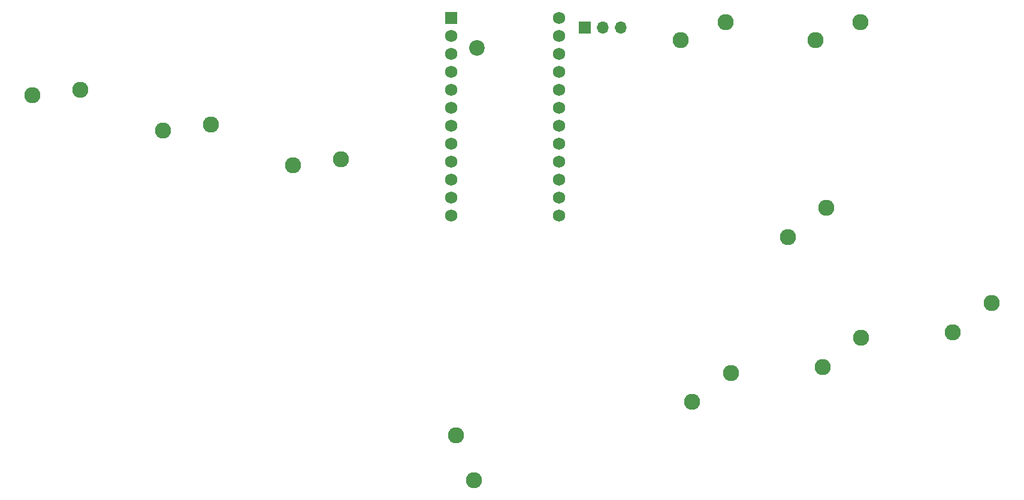
<source format=gbr>
%TF.GenerationSoftware,KiCad,Pcbnew,(5.1.10-1-10_14)*%
%TF.CreationDate,2021-06-08T08:47:03+02:00*%
%TF.ProjectId,project,70726f6a-6563-4742-9e6b-696361645f70,rev?*%
%TF.SameCoordinates,Original*%
%TF.FileFunction,Soldermask,Top*%
%TF.FilePolarity,Negative*%
%FSLAX46Y46*%
G04 Gerber Fmt 4.6, Leading zero omitted, Abs format (unit mm)*
G04 Created by KiCad (PCBNEW (5.1.10-1-10_14)) date 2021-06-08 08:47:03*
%MOMM*%
%LPD*%
G01*
G04 APERTURE LIST*
%ADD10C,2.200000*%
%ADD11C,1.752600*%
%ADD12R,1.752600X1.752600*%
%ADD13C,2.286000*%
%ADD14O,1.700000X1.700000*%
%ADD15R,1.700000X1.700000*%
G04 APERTURE END LIST*
D10*
%TO.C,REF\u002A\u002A*%
X146843750Y-52959000D03*
%TD*%
D11*
%TO.C,U0*%
X158432500Y-48736250D03*
X143192500Y-76676250D03*
X158432500Y-51276250D03*
X158432500Y-53816250D03*
X158432500Y-56356250D03*
X158432500Y-58896250D03*
X158432500Y-61436250D03*
X158432500Y-63976250D03*
X158432500Y-66516250D03*
X158432500Y-69056250D03*
X158432500Y-71596250D03*
X158432500Y-74136250D03*
X158432500Y-76676250D03*
X143192500Y-74136250D03*
X143192500Y-71596250D03*
X143192500Y-69056250D03*
X143192500Y-66516250D03*
X143192500Y-63976250D03*
X143192500Y-61436250D03*
X143192500Y-58896250D03*
X143192500Y-56356250D03*
X143192500Y-53816250D03*
X143192500Y-51276250D03*
D12*
X143192500Y-48736250D03*
%TD*%
D13*
%TO.C,RIGHT*%
X214083172Y-93134715D03*
X219559401Y-89037762D03*
%TD*%
%TO.C,DOWN*%
X195682285Y-98065218D03*
X201158514Y-93968265D03*
%TD*%
%TO.C,UP*%
X190751782Y-79664331D03*
X196228011Y-75567378D03*
%TD*%
%TO.C,LEFT*%
X177281398Y-102995721D03*
X182757627Y-98898768D03*
%TD*%
%TO.C,ENTER*%
X194691000Y-51816000D03*
X201041000Y-49276000D03*
%TD*%
%TO.C,ESC*%
X175641000Y-51816000D03*
X181991000Y-49276000D03*
%TD*%
%TO.C,BOMB*%
X143891000Y-107696000D03*
X146431000Y-114046000D03*
%TD*%
%TO.C,RAPID*%
X120845498Y-69534576D03*
X127636527Y-68724625D03*
%TD*%
%TO.C,SHOOT*%
X102444611Y-64604073D03*
X109235640Y-63794122D03*
%TD*%
%TO.C,SLOW*%
X84043724Y-59673571D03*
X90834753Y-58863620D03*
%TD*%
D14*
%TO.C,J0*%
X167132000Y-50038000D03*
X164592000Y-50038000D03*
D15*
X162052000Y-50038000D03*
%TD*%
M02*

</source>
